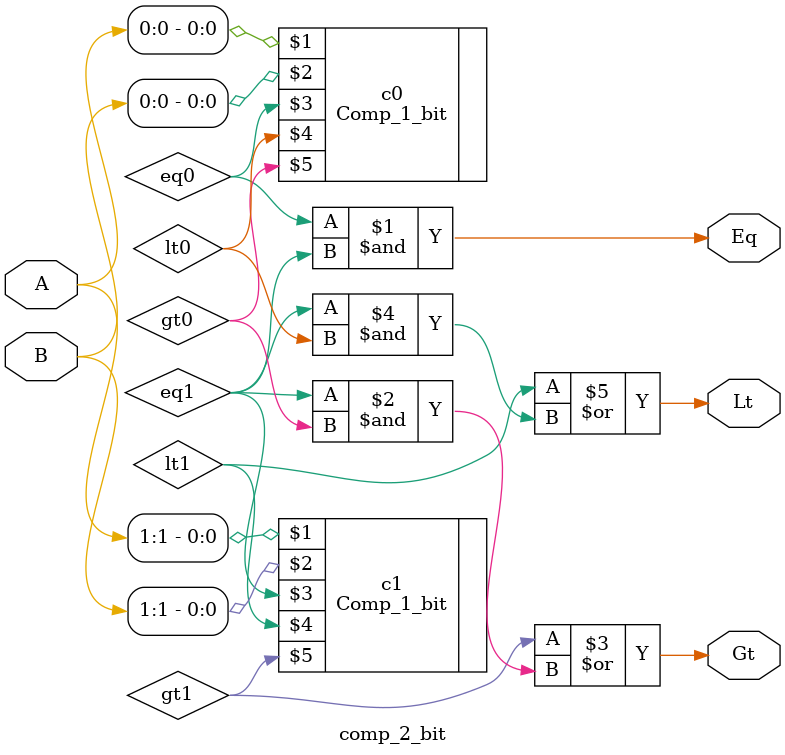
<source format=v>
`timescale 1ns / 1ps

module comp_2_bit(A, B, Eq, Lt, Gt);
    input [1:0] A, B;
    output Eq, Lt, Gt;

    wire eq0, eq1, lt0, lt1, gt0, gt1;

    // Compare LSBs
    Comp_1_bit c0(A[0], B[0], eq0, lt0, gt0);
    
    // Compare MSBs
    Comp_1_bit c1(A[1], B[1], eq1, lt1, gt1);

    assign Eq = eq0 & eq1;                    // Both bits must be equal
    assign Gt = gt1 | (eq1 & gt0);            // A > B if MSB greater or if MSBs equal & LSB > LSB
    assign Lt = lt1 | (eq1 & lt0);            // A < B if MSB less or if MSBs equal & LSB < LSB

endmodule


</source>
